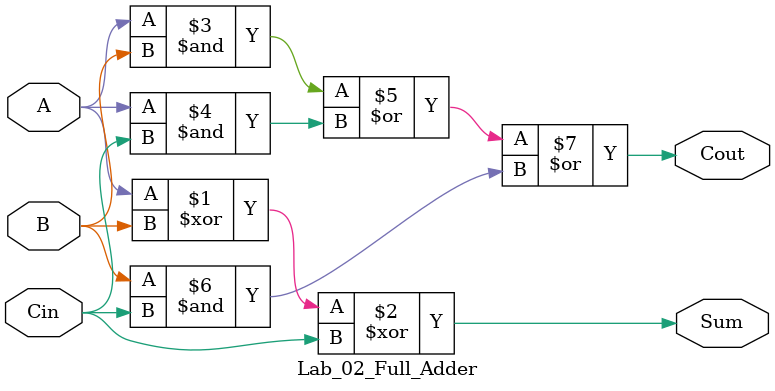
<source format=sv>
`timescale 1ns / 1ps


module Lab_02_Full_Adder(
    input A,
    input B,
    input Cin,
    output Cout,
    output Sum
    );
    assign Sum = A^B^Cin;
    assign Cout = A&B|A&Cin|B&Cin;
endmodule

</source>
